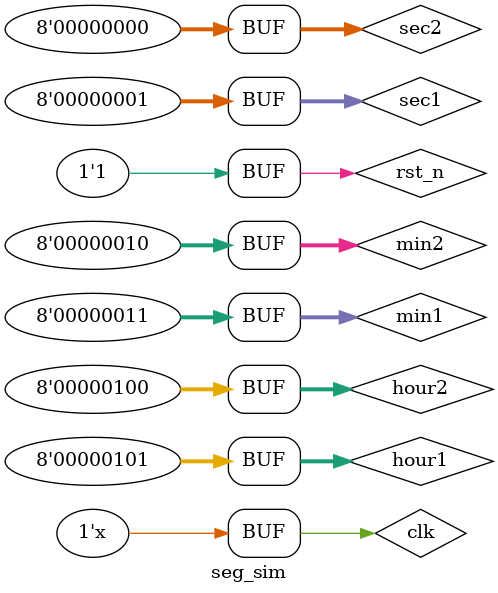
<source format=v>
`timescale 1ns / 1ps


module seg_sim();
    reg[7:0] hour1;
    reg[7:0] hour2;
    reg[7:0] min1;
    reg[7:0] min2;
    reg[7:0] sec1;
    reg[7:0] sec2;
    wire[7:0] scan;
    wire[7:0] seg_out; 
    reg clk, rst_n;
    seg s(.hour1(hour1), .hour2(hour2), .min1(min1), .min2(min2), .sec1(sec1), .sec2(sec2), .clk(clk), .rst_n(rst_n), .scan_cnt(scan), .seg_out(seg_out));
    
    initial begin
        clk = 0;
        rst_n = 0;
        #10 rst_n = 1;
        hour1 = 8'd0;
        hour2 = 8'd1;
        min1 = 8'd2;
        min2 = 8'd3;
        sec1 = 8'd4;
        sec2 = 8'd5;
        #50 
        hour1 = 8'd5;
        hour2 = 8'd4;
        min1 = 8'd3;
        min2 = 8'd2;
        sec1 = 8'd1;
        sec2 = 8'd0;
    end
    always 
        #5 clk = ~clk;
endmodule

</source>
